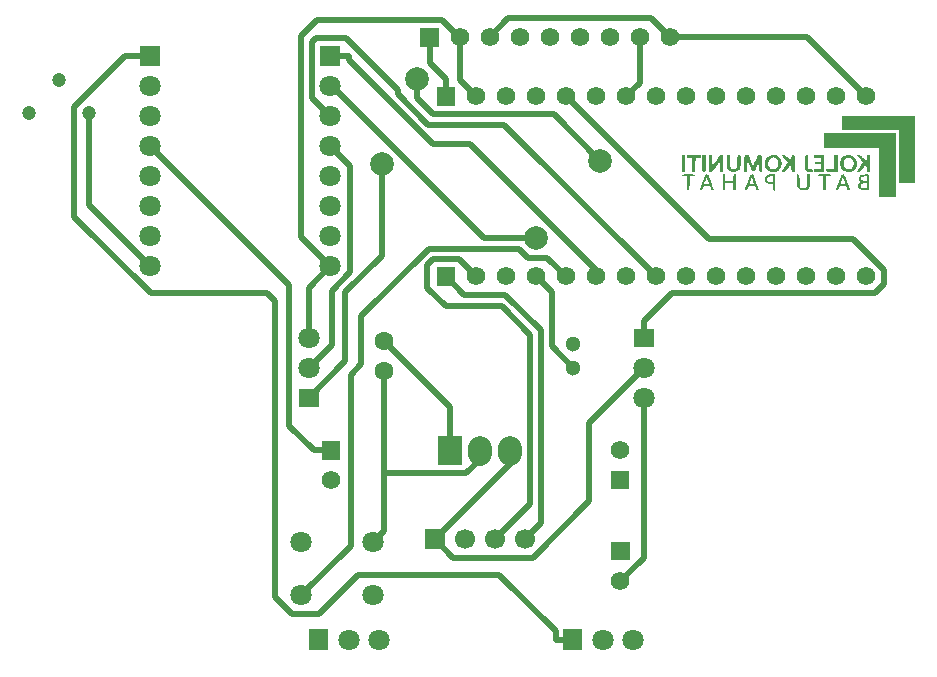
<source format=gbl>
G04 Layer: BottomLayer*
G04 EasyEDA v6.4.7, 2020-12-06T11:07:03+08:00*
G04 Gerber Generator version 0.2*
G04 Scale: 100 percent, Rotated: No, Reflected: No *
G04 Dimensions in millimeters *
G04 leading zeros omitted , absolute positions ,3 integer and 3 decimal *
%FSLAX33Y33*%
%MOMM*%
G90*
D02*

%ADD11C,0.499999*%
%ADD13C,1.999996*%
%ADD14R,1.574800X1.574800*%
%ADD15C,1.574800*%
%ADD18C,1.699997*%
%ADD19R,1.799996X1.799996*%
%ADD20C,1.799996*%
%ADD21R,1.799996X1.574800*%
%ADD23C,1.198880*%
%ADD24C,1.299997*%
%ADD25C,1.599997*%

%LPD*%

%LPD*%
G36*
G01X58494Y44299D02*
G01X58204Y44299D01*
G01X58204Y42910D01*
G01X58337Y42914D01*
G01X58471Y42918D01*
G01X58494Y44299D01*
G37*

%LPD*%
G36*
G01X74149Y42910D02*
G01X74149Y44327D01*
G01X74035Y44317D01*
G01X73989Y44313D01*
G01X73947Y44308D01*
G01X73912Y44305D01*
G01X73891Y44303D01*
G01X73879Y44281D01*
G01X73869Y44224D01*
G01X73862Y44141D01*
G01X73859Y44041D01*
G01X73858Y43784D01*
G01X73615Y44039D01*
G01X73544Y44112D01*
G01X73484Y44171D01*
G01X73432Y44216D01*
G01X73386Y44250D01*
G01X73343Y44275D01*
G01X73300Y44293D01*
G01X73255Y44304D01*
G01X73204Y44311D01*
G01X73139Y44316D01*
G01X73092Y44316D01*
G01X73061Y44311D01*
G01X73046Y44300D01*
G01X73047Y44280D01*
G01X73064Y44253D01*
G01X73096Y44217D01*
G01X73143Y44172D01*
G01X73168Y44148D01*
G01X73198Y44118D01*
G01X73230Y44084D01*
G01X73265Y44047D01*
G01X73301Y44007D01*
G01X73338Y43966D01*
G01X73373Y43925D01*
G01X73408Y43886D01*
G01X73564Y43699D01*
G01X73280Y43329D01*
G01X73223Y43254D01*
G01X73170Y43184D01*
G01X73122Y43118D01*
G01X73079Y43061D01*
G01X73044Y43011D01*
G01X73018Y42973D01*
G01X73002Y42947D01*
G01X72996Y42934D01*
G01X73007Y42925D01*
G01X73040Y42918D01*
G01X73089Y42914D01*
G01X73148Y42914D01*
G01X73196Y42916D01*
G01X73236Y42924D01*
G01X73274Y42939D01*
G01X73312Y42963D01*
G01X73352Y43000D01*
G01X73399Y43050D01*
G01X73455Y43119D01*
G01X73523Y43206D01*
G01X73569Y43264D01*
G01X73613Y43318D01*
G01X73655Y43367D01*
G01X73695Y43410D01*
G01X73729Y43445D01*
G01X73757Y43472D01*
G01X73779Y43489D01*
G01X73793Y43495D01*
G01X73814Y43475D01*
G01X73833Y43417D01*
G01X73848Y43326D01*
G01X73861Y43206D01*
G01X73881Y42918D01*
G01X74149Y42910D01*
G37*

%LPD*%
G36*
G01X68837Y44312D02*
G01X68804Y44314D01*
G01X68760Y44313D01*
G01X68711Y44307D01*
G01X68587Y44289D01*
G01X68587Y43489D01*
G01X68589Y43400D01*
G01X68591Y43327D01*
G01X68595Y43266D01*
G01X68600Y43216D01*
G01X68608Y43175D01*
G01X68618Y43141D01*
G01X68629Y43113D01*
G01X68644Y43087D01*
G01X68662Y43063D01*
G01X68683Y43037D01*
G01X68740Y42981D01*
G01X68804Y42945D01*
G01X68887Y42922D01*
G01X69002Y42910D01*
G01X69092Y42905D01*
G01X69164Y42906D01*
G01X69221Y42913D01*
G01X69262Y42927D01*
G01X69290Y42948D01*
G01X69305Y42976D01*
G01X69308Y43012D01*
G01X69300Y43057D01*
G01X69284Y43103D01*
G01X69259Y43129D01*
G01X69223Y43137D01*
G01X69170Y43132D01*
G01X69122Y43127D01*
G01X69068Y43128D01*
G01X69015Y43135D01*
G01X68970Y43147D01*
G01X68948Y43156D01*
G01X68931Y43166D01*
G01X68916Y43178D01*
G01X68904Y43196D01*
G01X68895Y43220D01*
G01X68888Y43253D01*
G01X68882Y43296D01*
G01X68879Y43352D01*
G01X68877Y43421D01*
G01X68876Y43507D01*
G01X68875Y43611D01*
G01X68875Y43845D01*
G01X68873Y43950D01*
G01X68872Y44045D01*
G01X68869Y44129D01*
G01X68866Y44200D01*
G01X68862Y44254D01*
G01X68859Y44290D01*
G01X68854Y44305D01*
G01X68837Y44312D01*
G37*

%LPD*%
G36*
G01X66038Y44333D02*
G01X65971Y44337D01*
G01X65904Y44336D01*
G01X65839Y44329D01*
G01X65776Y44318D01*
G01X65714Y44303D01*
G01X65655Y44282D01*
G01X65598Y44257D01*
G01X65545Y44229D01*
G01X65494Y44196D01*
G01X65447Y44158D01*
G01X65404Y44117D01*
G01X65365Y44072D01*
G01X65330Y44023D01*
G01X65301Y43970D01*
G01X65274Y43913D01*
G01X65252Y43855D01*
G01X65235Y43797D01*
G01X65223Y43740D01*
G01X65215Y43683D01*
G01X65210Y43627D01*
G01X65211Y43571D01*
G01X65216Y43517D01*
G01X65225Y43463D01*
G01X65237Y43412D01*
G01X65254Y43361D01*
G01X65273Y43313D01*
G01X65297Y43266D01*
G01X65324Y43221D01*
G01X65355Y43179D01*
G01X65388Y43139D01*
G01X65425Y43101D01*
G01X65465Y43066D01*
G01X65508Y43034D01*
G01X65553Y43006D01*
G01X65601Y42980D01*
G01X65651Y42958D01*
G01X65704Y42939D01*
G01X65760Y42924D01*
G01X65817Y42914D01*
G01X65877Y42907D01*
G01X65938Y42905D01*
G01X66001Y42907D01*
G01X66062Y42912D01*
G01X66119Y42921D01*
G01X66172Y42932D01*
G01X66220Y42946D01*
G01X66267Y42964D01*
G01X66311Y42985D01*
G01X66352Y43009D01*
G01X66392Y43038D01*
G01X66431Y43071D01*
G01X66468Y43109D01*
G01X66505Y43151D01*
G01X66542Y43198D01*
G01X66569Y43241D01*
G01X66592Y43294D01*
G01X66612Y43353D01*
G01X66626Y43417D01*
G01X66637Y43485D01*
G01X66644Y43555D01*
G01X66646Y43627D01*
G01X66644Y43697D01*
G01X66636Y43766D01*
G01X66625Y43831D01*
G01X66608Y43891D01*
G01X66587Y43945D01*
G01X66554Y44005D01*
G01X66511Y44064D01*
G01X66461Y44121D01*
G01X66407Y44174D01*
G01X66349Y44221D01*
G01X66289Y44261D01*
G01X66232Y44291D01*
G01X66176Y44310D01*
G01X66107Y44325D01*
G01X66038Y44333D01*
G37*

%LPC*%
G36*
G01X66000Y44122D02*
G01X65960Y44128D01*
G01X65919Y44126D01*
G01X65874Y44115D01*
G01X65823Y44096D01*
G01X65762Y44068D01*
G01X65715Y44042D01*
G01X65673Y44008D01*
G01X65635Y43969D01*
G01X65601Y43924D01*
G01X65572Y43875D01*
G01X65549Y43823D01*
G01X65530Y43767D01*
G01X65518Y43710D01*
G01X65512Y43651D01*
G01X65512Y43591D01*
G01X65519Y43532D01*
G01X65533Y43473D01*
G01X65552Y43417D01*
G01X65575Y43366D01*
G01X65602Y43319D01*
G01X65631Y43277D01*
G01X65663Y43238D01*
G01X65698Y43206D01*
G01X65735Y43178D01*
G01X65773Y43155D01*
G01X65814Y43138D01*
G01X65857Y43126D01*
G01X65900Y43119D01*
G01X65944Y43118D01*
G01X65989Y43123D01*
G01X66034Y43134D01*
G01X66080Y43151D01*
G01X66125Y43174D01*
G01X66182Y43212D01*
G01X66230Y43253D01*
G01X66271Y43299D01*
G01X66303Y43349D01*
G01X66329Y43405D01*
G01X66346Y43466D01*
G01X66357Y43533D01*
G01X66361Y43606D01*
G01X66358Y43684D01*
G01X66349Y43756D01*
G01X66334Y43820D01*
G01X66311Y43876D01*
G01X66281Y43928D01*
G01X66244Y43974D01*
G01X66200Y44014D01*
G01X66146Y44051D01*
G01X66090Y44084D01*
G01X66043Y44108D01*
G01X66000Y44122D01*
G37*

%LPD*%
G36*
G01X71388Y44299D02*
G01X71100Y44299D01*
G01X71100Y43144D01*
G01X70435Y43144D01*
G01X70461Y42918D01*
G01X70925Y42911D01*
G01X71388Y42904D01*
G01X71388Y44299D01*
G37*

%LPD*%
G36*
G01X62104Y44317D02*
G01X61986Y44328D01*
G01X62001Y43788D01*
G01X62004Y43685D01*
G01X62008Y43595D01*
G01X62011Y43515D01*
G01X62016Y43445D01*
G01X62021Y43385D01*
G01X62027Y43333D01*
G01X62034Y43288D01*
G01X62043Y43249D01*
G01X62052Y43216D01*
G01X62063Y43187D01*
G01X62076Y43161D01*
G01X62090Y43138D01*
G01X62120Y43098D01*
G01X62154Y43061D01*
G01X62192Y43028D01*
G01X62233Y42999D01*
G01X62276Y42974D01*
G01X62321Y42953D01*
G01X62369Y42935D01*
G01X62417Y42921D01*
G01X62468Y42911D01*
G01X62519Y42904D01*
G01X62570Y42901D01*
G01X62622Y42902D01*
G01X62673Y42906D01*
G01X62724Y42913D01*
G01X62774Y42925D01*
G01X62822Y42940D01*
G01X62869Y42959D01*
G01X62913Y42980D01*
G01X62955Y43006D01*
G01X62995Y43035D01*
G01X63031Y43067D01*
G01X63064Y43103D01*
G01X63092Y43143D01*
G01X63117Y43186D01*
G01X63130Y43218D01*
G01X63141Y43260D01*
G01X63152Y43310D01*
G01X63162Y43368D01*
G01X63170Y43432D01*
G01X63177Y43502D01*
G01X63183Y43574D01*
G01X63188Y43650D01*
G01X63191Y43727D01*
G01X63193Y43803D01*
G01X63194Y43879D01*
G01X63194Y43952D01*
G01X63192Y44022D01*
G01X63189Y44087D01*
G01X63184Y44146D01*
G01X63178Y44198D01*
G01X63170Y44241D01*
G01X63162Y44275D01*
G01X63151Y44298D01*
G01X63139Y44308D01*
G01X63112Y44313D01*
G01X63076Y44315D01*
G01X63035Y44313D01*
G01X62995Y44307D01*
G01X62965Y44300D01*
G01X62941Y44287D01*
G01X62924Y44265D01*
G01X62913Y44225D01*
G01X62906Y44165D01*
G01X62903Y44077D01*
G01X62901Y43956D01*
G01X62901Y43688D01*
G01X62900Y43596D01*
G01X62899Y43519D01*
G01X62896Y43455D01*
G01X62892Y43403D01*
G01X62886Y43359D01*
G01X62878Y43324D01*
G01X62868Y43295D01*
G01X62854Y43269D01*
G01X62838Y43247D01*
G01X62818Y43224D01*
G01X62795Y43200D01*
G01X62736Y43149D01*
G01X62684Y43120D01*
G01X62628Y43112D01*
G01X62559Y43120D01*
G01X62505Y43132D01*
G01X62459Y43146D01*
G01X62421Y43164D01*
G01X62389Y43188D01*
G01X62363Y43218D01*
G01X62342Y43258D01*
G01X62327Y43309D01*
G01X62314Y43372D01*
G01X62305Y43449D01*
G01X62299Y43543D01*
G01X62294Y43654D01*
G01X62289Y43785D01*
G01X62286Y43888D01*
G01X62282Y43985D01*
G01X62277Y44072D01*
G01X62272Y44149D01*
G01X62266Y44212D01*
G01X62260Y44261D01*
G01X62254Y44292D01*
G01X62248Y44303D01*
G01X62228Y44305D01*
G01X62194Y44309D01*
G01X62151Y44313D01*
G01X62104Y44317D01*
G37*

%LPD*%
G36*
G01X72420Y44330D02*
G01X72367Y44332D01*
G01X72306Y44330D01*
G01X72237Y44326D01*
G01X72165Y44317D01*
G01X72097Y44305D01*
G01X72034Y44288D01*
G01X71975Y44267D01*
G01X71921Y44242D01*
G01X71870Y44213D01*
G01X71824Y44179D01*
G01X71782Y44142D01*
G01X71745Y44100D01*
G01X71712Y44054D01*
G01X71683Y44004D01*
G01X71658Y43950D01*
G01X71639Y43891D01*
G01X71623Y43829D01*
G01X71612Y43762D01*
G01X71605Y43691D01*
G01X71602Y43631D01*
G01X71603Y43572D01*
G01X71608Y43516D01*
G01X71616Y43461D01*
G01X71627Y43410D01*
G01X71641Y43359D01*
G01X71659Y43312D01*
G01X71680Y43266D01*
G01X71705Y43223D01*
G01X71732Y43182D01*
G01X71763Y43143D01*
G01X71797Y43107D01*
G01X71834Y43073D01*
G01X71875Y43042D01*
G01X71919Y43013D01*
G01X71965Y42987D01*
G01X72022Y42961D01*
G01X72080Y42939D01*
G01X72138Y42922D01*
G01X72197Y42910D01*
G01X72256Y42903D01*
G01X72315Y42900D01*
G01X72374Y42901D01*
G01X72432Y42907D01*
G01X72489Y42917D01*
G01X72544Y42931D01*
G01X72599Y42949D01*
G01X72651Y42971D01*
G01X72701Y42997D01*
G01X72749Y43027D01*
G01X72794Y43061D01*
G01X72837Y43098D01*
G01X72875Y43139D01*
G01X72910Y43184D01*
G01X72942Y43231D01*
G01X72969Y43282D01*
G01X72991Y43335D01*
G01X73009Y43389D01*
G01X73022Y43444D01*
G01X73031Y43500D01*
G01X73036Y43555D01*
G01X73037Y43612D01*
G01X73034Y43668D01*
G01X73026Y43724D01*
G01X73015Y43779D01*
G01X73000Y43833D01*
G01X72982Y43886D01*
G01X72959Y43936D01*
G01X72934Y43986D01*
G01X72905Y44032D01*
G01X72873Y44077D01*
G01X72838Y44118D01*
G01X72799Y44156D01*
G01X72757Y44191D01*
G01X72713Y44223D01*
G01X72665Y44250D01*
G01X72611Y44276D01*
G01X72562Y44297D01*
G01X72515Y44313D01*
G01X72469Y44324D01*
G01X72420Y44330D01*
G37*

%LPC*%
G36*
G01X72391Y44113D02*
G01X72321Y44127D01*
G01X72251Y44114D01*
G01X72148Y44074D01*
G01X72105Y44052D01*
G01X72065Y44025D01*
G01X72029Y43992D01*
G01X71996Y43955D01*
G01X71967Y43914D01*
G01X71943Y43869D01*
G01X71923Y43821D01*
G01X71907Y43770D01*
G01X71897Y43716D01*
G01X71891Y43661D01*
G01X71890Y43604D01*
G01X71895Y43546D01*
G01X71910Y43467D01*
G01X71931Y43397D01*
G01X71958Y43335D01*
G01X71993Y43281D01*
G01X72035Y43235D01*
G01X72084Y43197D01*
G01X72141Y43166D01*
G01X72206Y43142D01*
G01X72278Y43126D01*
G01X72350Y43124D01*
G01X72418Y43133D01*
G01X72483Y43154D01*
G01X72543Y43187D01*
G01X72598Y43231D01*
G01X72646Y43285D01*
G01X72686Y43349D01*
G01X72708Y43398D01*
G01X72725Y43450D01*
G01X72736Y43503D01*
G01X72744Y43556D01*
G01X72746Y43611D01*
G01X72743Y43665D01*
G01X72735Y43718D01*
G01X72724Y43770D01*
G01X72709Y43820D01*
G01X72689Y43867D01*
G01X72665Y43912D01*
G01X72637Y43953D01*
G01X72606Y43990D01*
G01X72571Y44023D01*
G01X72533Y44050D01*
G01X72492Y44072D01*
G01X72391Y44113D01*
G37*

%LPD*%
G36*
G01X64857Y44314D02*
G01X64811Y44314D01*
G01X64761Y44310D01*
G01X64714Y44307D01*
G01X64673Y44304D01*
G01X64646Y44302D01*
G01X64633Y44292D01*
G01X64614Y44263D01*
G01X64590Y44219D01*
G01X64561Y44160D01*
G01X64529Y44089D01*
G01X64495Y44009D01*
G01X64459Y43919D01*
G01X64423Y43824D01*
G01X64247Y43349D01*
G01X64058Y43823D01*
G01X63869Y44298D01*
G01X63699Y44298D01*
G01X63529Y44299D01*
G01X63503Y43917D01*
G01X63498Y43863D01*
G01X63494Y43805D01*
G01X63490Y43744D01*
G01X63485Y43681D01*
G01X63476Y43554D01*
G01X63472Y43491D01*
G01X63467Y43430D01*
G01X63462Y43371D01*
G01X63458Y43315D01*
G01X63454Y43263D01*
G01X63451Y43217D01*
G01X63443Y43112D01*
G01X63438Y43033D01*
G01X63437Y42977D01*
G01X63442Y42939D01*
G01X63451Y42915D01*
G01X63468Y42903D01*
G01X63491Y42899D01*
G01X63523Y42898D01*
G01X63566Y42901D01*
G01X63607Y42907D01*
G01X63643Y42917D01*
G01X63669Y42929D01*
G01X63679Y42944D01*
G01X63689Y42975D01*
G01X63700Y43020D01*
G01X63711Y43078D01*
G01X63721Y43148D01*
G01X63731Y43227D01*
G01X63739Y43315D01*
G01X63746Y43410D01*
G01X63777Y43860D01*
G01X63961Y43399D01*
G01X64020Y43254D01*
G01X64066Y43142D01*
G01X64104Y43061D01*
G01X64136Y43004D01*
G01X64165Y42969D01*
G01X64194Y42949D01*
G01X64226Y42940D01*
G01X64265Y42938D01*
G01X64311Y42940D01*
G01X64349Y42942D01*
G01X64374Y42947D01*
G01X64384Y42952D01*
G01X64387Y42963D01*
G01X64397Y42991D01*
G01X64411Y43032D01*
G01X64431Y43087D01*
G01X64455Y43151D01*
G01X64482Y43225D01*
G01X64512Y43305D01*
G01X64544Y43391D01*
G01X64705Y43817D01*
G01X64730Y43512D01*
G01X64735Y43447D01*
G01X64741Y43382D01*
G01X64746Y43317D01*
G01X64751Y43254D01*
G01X64755Y43195D01*
G01X64759Y43142D01*
G01X64763Y43097D01*
G01X64765Y43062D01*
G01X64774Y42984D01*
G01X64793Y42941D01*
G01X64832Y42922D01*
G01X64899Y42918D01*
G01X64969Y42921D01*
G01X65006Y42945D01*
G01X65019Y43006D01*
G01X65020Y43124D01*
G01X65020Y43165D01*
G01X65018Y43214D01*
G01X65016Y43269D01*
G01X65013Y43331D01*
G01X65010Y43398D01*
G01X65006Y43469D01*
G01X65002Y43543D01*
G01X64997Y43618D01*
G01X64987Y43770D01*
G01X64982Y43844D01*
G01X64977Y43916D01*
G01X64972Y43985D01*
G01X64966Y44049D01*
G01X64962Y44107D01*
G01X64956Y44159D01*
G01X64952Y44203D01*
G01X64948Y44239D01*
G01X64945Y44265D01*
G01X64942Y44279D01*
G01X64927Y44296D01*
G01X64898Y44307D01*
G01X64857Y44314D01*
G37*

%LPD*%
G36*
G01X60222Y44299D02*
G01X59934Y44299D01*
G01X59934Y43445D01*
G01X59935Y43316D01*
G01X59936Y43208D01*
G01X59938Y43122D01*
G01X59941Y43052D01*
G01X59946Y42999D01*
G01X59952Y42960D01*
G01X59959Y42932D01*
G01X59969Y42913D01*
G01X59981Y42903D01*
G01X59996Y42899D01*
G01X60013Y42897D01*
G01X60050Y42898D01*
G01X60082Y42899D01*
G01X60110Y42903D01*
G01X60133Y42909D01*
G01X60154Y42920D01*
G01X60171Y42937D01*
G01X60184Y42960D01*
G01X60195Y42990D01*
G01X60205Y43029D01*
G01X60211Y43077D01*
G01X60216Y43135D01*
G01X60219Y43205D01*
G01X60221Y43288D01*
G01X60222Y43385D01*
G01X60222Y44299D01*
G37*

%LPD*%
G36*
G01X70276Y44319D02*
G01X69411Y44319D01*
G01X69411Y44169D01*
G01X69415Y44141D01*
G01X69426Y44120D01*
G01X69447Y44107D01*
G01X69482Y44098D01*
G01X69533Y44094D01*
G01X69604Y44093D01*
G01X69699Y44092D01*
G01X69987Y44092D01*
G01X69987Y43763D01*
G01X69719Y43763D01*
G01X69569Y43761D01*
G01X69489Y43748D01*
G01X69457Y43717D01*
G01X69452Y43660D01*
G01X69457Y43602D01*
G01X69489Y43571D01*
G01X69569Y43559D01*
G01X69719Y43556D01*
G01X69987Y43556D01*
G01X69987Y43144D01*
G01X69364Y43144D01*
G01X69390Y42918D01*
G01X70276Y42895D01*
G01X70276Y44319D01*
G37*

%LPD*%
G36*
G01X58640Y44329D02*
G01X58626Y44331D01*
G01X58622Y44325D01*
G01X58619Y44301D01*
G01X58616Y44264D01*
G01X58616Y44216D01*
G01X58619Y44145D01*
G01X58645Y44109D01*
G01X58712Y44094D01*
G01X58842Y44092D01*
G01X59069Y44092D01*
G01X59069Y42892D01*
G01X59203Y42905D01*
G01X59336Y42918D01*
G01X59348Y43505D01*
G01X59359Y44092D01*
G01X59585Y44092D01*
G01X59710Y44095D01*
G01X59777Y44108D01*
G01X59805Y44138D01*
G01X59810Y44194D01*
G01X59810Y44296D01*
G01X59223Y44309D01*
G01X59105Y44312D01*
G01X58995Y44314D01*
G01X58894Y44317D01*
G01X58806Y44320D01*
G01X58732Y44324D01*
G01X58676Y44326D01*
G01X58640Y44329D01*
G37*

%LPD*%
G36*
G01X61706Y42892D02*
G01X61706Y44325D01*
G01X61556Y44313D01*
G01X61497Y44307D01*
G01X61448Y44301D01*
G01X61413Y44295D01*
G01X61397Y44289D01*
G01X61389Y44278D01*
G01X61369Y44250D01*
G01X61338Y44206D01*
G01X61298Y44150D01*
G01X61251Y44082D01*
G01X61196Y44004D01*
G01X61137Y43920D01*
G01X61073Y43830D01*
G01X60758Y43382D01*
G01X60758Y44299D01*
G01X60511Y44299D01*
G01X60511Y42897D01*
G01X60632Y42897D01*
G01X60658Y42899D01*
G01X60682Y42903D01*
G01X60707Y42912D01*
G01X60731Y42926D01*
G01X60758Y42946D01*
G01X60787Y42974D01*
G01X60819Y43010D01*
G01X60857Y43056D01*
G01X60900Y43113D01*
G01X60950Y43181D01*
G01X61008Y43262D01*
G01X61075Y43357D01*
G01X61397Y43817D01*
G01X61417Y43367D01*
G01X61438Y42918D01*
G01X61706Y42892D01*
G37*

%LPD*%
G36*
G01X66821Y44319D02*
G01X66755Y44319D01*
G01X66700Y44316D01*
G01X66663Y44310D01*
G01X66650Y44301D01*
G01X66656Y44290D01*
G01X66671Y44270D01*
G01X66696Y44241D01*
G01X66729Y44205D01*
G01X66768Y44162D01*
G01X66814Y44115D01*
G01X66864Y44064D01*
G01X66972Y43956D01*
G01X67022Y43905D01*
G01X67067Y43857D01*
G01X67107Y43815D01*
G01X67140Y43778D01*
G01X67165Y43749D01*
G01X67180Y43729D01*
G01X67186Y43717D01*
G01X67180Y43705D01*
G01X67163Y43678D01*
G01X67136Y43639D01*
G01X67101Y43590D01*
G01X67059Y43532D01*
G01X67010Y43466D01*
G01X66956Y43395D01*
G01X66842Y43245D01*
G01X66789Y43174D01*
G01X66743Y43108D01*
G01X66704Y43050D01*
G01X66672Y43001D01*
G01X66650Y42963D01*
G01X66638Y42936D01*
G01X66638Y42923D01*
G01X66658Y42913D01*
G01X66694Y42905D01*
G01X66741Y42899D01*
G01X66793Y42897D01*
G01X66832Y42900D01*
G01X66869Y42907D01*
G01X66903Y42923D01*
G01X66939Y42950D01*
G01X66978Y42989D01*
G01X67025Y43043D01*
G01X67080Y43114D01*
G01X67146Y43205D01*
G01X67193Y43267D01*
G01X67237Y43324D01*
G01X67279Y43375D01*
G01X67317Y43419D01*
G01X67351Y43455D01*
G01X67379Y43481D01*
G01X67399Y43497D01*
G01X67412Y43501D01*
G01X67430Y43474D01*
G01X67447Y43408D01*
G01X67463Y43315D01*
G01X67474Y43203D01*
G01X67494Y42918D01*
G01X67629Y42905D01*
G01X67763Y42892D01*
G01X67763Y43752D01*
G01X67762Y43886D01*
G01X67761Y43995D01*
G01X67759Y44083D01*
G01X67756Y44152D01*
G01X67750Y44205D01*
G01X67744Y44243D01*
G01X67735Y44270D01*
G01X67723Y44287D01*
G01X67708Y44298D01*
G01X67691Y44304D01*
G01X67670Y44308D01*
G01X67612Y44315D01*
G01X67567Y44314D01*
G01X67533Y44304D01*
G01X67508Y44282D01*
G01X67490Y44246D01*
G01X67480Y44195D01*
G01X67475Y44125D01*
G01X67473Y44036D01*
G01X67472Y43784D01*
G01X67232Y44048D01*
G01X67159Y44128D01*
G01X67099Y44191D01*
G01X67048Y44238D01*
G01X67004Y44271D01*
G01X66963Y44294D01*
G01X66921Y44308D01*
G01X66875Y44316D01*
G01X66821Y44319D01*
G37*

%LPD*%
G36*
G01X77939Y47637D02*
G01X71718Y47637D01*
G01X71718Y46442D01*
G01X76559Y46421D01*
G01X76581Y41949D01*
G01X77939Y41949D01*
G01X77939Y47637D01*
G37*

%LPD*%
G36*
G01X70403Y42691D02*
G01X70149Y42691D01*
G01X70043Y42690D01*
G01X69954Y42689D01*
G01X69882Y42687D01*
G01X69825Y42684D01*
G01X69781Y42680D01*
G01X69749Y42673D01*
G01X69727Y42665D01*
G01X69712Y42655D01*
G01X69704Y42642D01*
G01X69700Y42627D01*
G01X69699Y42609D01*
G01X69706Y42565D01*
G01X69737Y42540D01*
G01X69806Y42529D01*
G01X69925Y42526D01*
G01X70150Y42526D01*
G01X70161Y41939D01*
G01X70173Y41352D01*
G01X70379Y41352D01*
G01X70391Y41939D01*
G01X70402Y42526D01*
G01X70627Y42526D01*
G01X70746Y42529D01*
G01X70814Y42540D01*
G01X70845Y42565D01*
G01X70853Y42609D01*
G01X70852Y42627D01*
G01X70848Y42642D01*
G01X70840Y42655D01*
G01X70825Y42665D01*
G01X70803Y42673D01*
G01X70770Y42680D01*
G01X70726Y42684D01*
G01X70669Y42687D01*
G01X70598Y42689D01*
G01X70509Y42690D01*
G01X70403Y42691D01*
G37*

%LPD*%
G36*
G01X58936Y42691D02*
G01X58584Y42691D01*
G01X58450Y42689D01*
G01X58351Y42686D01*
G01X58283Y42679D01*
G01X58240Y42669D01*
G01X58216Y42655D01*
G01X58206Y42635D01*
G01X58204Y42609D01*
G01X58211Y42565D01*
G01X58242Y42540D01*
G01X58311Y42529D01*
G01X58430Y42526D01*
G01X58657Y42526D01*
G01X58657Y41673D01*
G01X58658Y41579D01*
G01X58660Y41504D01*
G01X58663Y41446D01*
G01X58668Y41403D01*
G01X58675Y41372D01*
G01X58684Y41352D01*
G01X58696Y41341D01*
G01X58711Y41336D01*
G01X58728Y41336D01*
G01X58749Y41339D01*
G01X58771Y41342D01*
G01X58788Y41348D01*
G01X58803Y41357D01*
G01X58814Y41373D01*
G01X58824Y41395D01*
G01X58831Y41428D01*
G01X58837Y41473D01*
G01X58842Y41531D01*
G01X58845Y41605D01*
G01X58848Y41696D01*
G01X58851Y41807D01*
G01X58853Y41939D01*
G01X58865Y42526D01*
G01X59091Y42526D01*
G01X59209Y42529D01*
G01X59278Y42540D01*
G01X59309Y42565D01*
G01X59316Y42609D01*
G01X59314Y42635D01*
G01X59303Y42655D01*
G01X59280Y42669D01*
G01X59236Y42679D01*
G01X59168Y42686D01*
G01X59070Y42689D01*
G01X58936Y42691D01*
G37*

%LPD*%
G36*
G01X68041Y42684D02*
G01X67927Y42696D01*
G01X67930Y42251D01*
G01X67931Y42155D01*
G01X67933Y42069D01*
G01X67937Y41989D01*
G01X67942Y41916D01*
G01X67949Y41850D01*
G01X67957Y41790D01*
G01X67968Y41736D01*
G01X67980Y41687D01*
G01X67995Y41642D01*
G01X68012Y41603D01*
G01X68031Y41566D01*
G01X68053Y41533D01*
G01X68078Y41503D01*
G01X68106Y41475D01*
G01X68137Y41450D01*
G01X68170Y41425D01*
G01X68223Y41394D01*
G01X68279Y41370D01*
G01X68338Y41352D01*
G01X68400Y41340D01*
G01X68462Y41334D01*
G01X68525Y41333D01*
G01X68588Y41338D01*
G01X68649Y41348D01*
G01X68708Y41364D01*
G01X68765Y41384D01*
G01X68818Y41410D01*
G01X68867Y41439D01*
G01X68910Y41474D01*
G01X68947Y41512D01*
G01X68977Y41555D01*
G01X69000Y41602D01*
G01X69008Y41633D01*
G01X69015Y41681D01*
G01X69022Y41745D01*
G01X69028Y41821D01*
G01X69033Y41906D01*
G01X69037Y42000D01*
G01X69039Y42098D01*
G01X69040Y42199D01*
G01X69040Y42691D01*
G01X68834Y42691D01*
G01X68834Y42202D01*
G01X68833Y42056D01*
G01X68831Y41940D01*
G01X68826Y41849D01*
G01X68819Y41777D01*
G01X68809Y41722D01*
G01X68793Y41677D01*
G01X68774Y41640D01*
G01X68748Y41605D01*
G01X68700Y41553D01*
G01X68649Y41519D01*
G01X68588Y41502D01*
G01X68511Y41497D01*
G01X68461Y41499D01*
G01X68416Y41502D01*
G01X68377Y41507D01*
G01X68342Y41517D01*
G01X68312Y41530D01*
G01X68286Y41548D01*
G01X68264Y41572D01*
G01X68245Y41601D01*
G01X68229Y41638D01*
G01X68216Y41682D01*
G01X68206Y41735D01*
G01X68197Y41796D01*
G01X68190Y41867D01*
G01X68184Y41949D01*
G01X68179Y42042D01*
G01X68175Y42147D01*
G01X68154Y42670D01*
G01X68041Y42684D01*
G37*

%LPD*%
G36*
G01X60368Y42686D02*
G01X60310Y42691D01*
G01X60272Y42690D01*
G01X60240Y42682D01*
G01X60212Y42664D01*
G01X60185Y42633D01*
G01X60157Y42584D01*
G01X60124Y42513D01*
G01X60085Y42416D01*
G01X60036Y42289D01*
G01X60014Y42233D01*
G01X59991Y42174D01*
G01X59968Y42114D01*
G01X59945Y42053D01*
G01X59921Y41993D01*
G01X59898Y41934D01*
G01X59876Y41876D01*
G01X59855Y41822D01*
G01X59834Y41770D01*
G01X59815Y41723D01*
G01X59799Y41680D01*
G01X59784Y41643D01*
G01X59744Y41542D01*
G01X59716Y41464D01*
G01X59699Y41409D01*
G01X59694Y41371D01*
G01X59701Y41348D01*
G01X59720Y41336D01*
G01X59751Y41334D01*
G01X59795Y41339D01*
G01X59851Y41353D01*
G01X59895Y41386D01*
G01X59933Y41445D01*
G01X59971Y41537D01*
G01X60039Y41723D01*
G01X60307Y41735D01*
G01X60576Y41746D01*
G01X60651Y41539D01*
G01X60692Y41434D01*
G01X60730Y41371D01*
G01X60771Y41340D01*
G01X60824Y41331D01*
G01X60862Y41334D01*
G01X60894Y41342D01*
G01X60915Y41352D01*
G01X60923Y41366D01*
G01X60918Y41384D01*
G01X60906Y41423D01*
G01X60887Y41480D01*
G01X60861Y41553D01*
G01X60829Y41639D01*
G01X60794Y41736D01*
G01X60754Y41841D01*
G01X60712Y41953D01*
G01X60683Y42029D01*
G01X60655Y42103D01*
G01X60627Y42175D01*
G01X60601Y42244D01*
G01X60576Y42310D01*
G01X60553Y42371D01*
G01X60532Y42426D01*
G01X60512Y42476D01*
G01X60496Y42519D01*
G01X60483Y42554D01*
G01X60472Y42581D01*
G01X60466Y42598D01*
G01X60443Y42641D01*
G01X60411Y42670D01*
G01X60368Y42686D01*
G37*

%LPC*%
G36*
G01X60318Y42406D02*
G01X60303Y42412D01*
G01X60286Y42381D01*
G01X60259Y42321D01*
G01X60225Y42239D01*
G01X60189Y42145D01*
G01X60101Y41908D01*
G01X60311Y41908D01*
G01X60406Y41911D01*
G01X60467Y41920D01*
G01X60497Y41936D01*
G01X60500Y41960D01*
G01X60486Y41996D01*
G01X60464Y42059D01*
G01X60435Y42139D01*
G01X60404Y42226D01*
G01X60372Y42308D01*
G01X60342Y42370D01*
G01X60318Y42406D01*
G37*

%LPD*%
G36*
G01X61768Y42691D02*
G01X61665Y42691D01*
G01X61665Y41331D01*
G01X61768Y41331D01*
G01X61801Y41332D01*
G01X61826Y41337D01*
G01X61844Y41349D01*
G01X61857Y41372D01*
G01X61864Y41410D01*
G01X61868Y41464D01*
G01X61870Y41540D01*
G01X61870Y41949D01*
G01X62571Y41949D01*
G01X62571Y41540D01*
G01X62573Y41464D01*
G01X62577Y41410D01*
G01X62585Y41372D01*
G01X62597Y41349D01*
G01X62616Y41337D01*
G01X62640Y41332D01*
G01X62674Y41331D01*
G01X62777Y41331D01*
G01X62777Y42691D01*
G01X62674Y42691D01*
G01X62616Y42686D01*
G01X62585Y42654D01*
G01X62573Y42574D01*
G01X62571Y42423D01*
G01X62571Y42155D01*
G01X61870Y42155D01*
G01X61870Y42423D01*
G01X61868Y42574D01*
G01X61856Y42654D01*
G01X61826Y42686D01*
G01X61768Y42691D01*
G37*

%LPD*%
G36*
G01X64486Y42065D02*
G01X64246Y42695D01*
G01X64122Y42683D01*
G01X64094Y42680D01*
G01X64069Y42674D01*
G01X64047Y42663D01*
G01X64025Y42647D01*
G01X64004Y42622D01*
G01X63982Y42587D01*
G01X63957Y42539D01*
G01X63928Y42478D01*
G01X63896Y42401D01*
G01X63857Y42305D01*
G01X63811Y42190D01*
G01X63759Y42052D01*
G01X63726Y41968D01*
G01X63695Y41887D01*
G01X63666Y41808D01*
G01X63638Y41734D01*
G01X63612Y41664D01*
G01X63589Y41601D01*
G01X63569Y41543D01*
G01X63552Y41493D01*
G01X63527Y41418D01*
G01X63521Y41395D01*
G01X63519Y41383D01*
G01X63527Y41362D01*
G01X63548Y41346D01*
G01X63580Y41335D01*
G01X63618Y41331D01*
G01X63672Y41339D01*
G01X63712Y41370D01*
G01X63748Y41434D01*
G01X63787Y41539D01*
G01X63856Y41747D01*
G01X64394Y41723D01*
G01X64466Y41537D01*
G01X64507Y41444D01*
G01X64546Y41385D01*
G01X64592Y41353D01*
G01X64652Y41338D01*
G01X64703Y41335D01*
G01X64735Y41341D01*
G01X64749Y41355D01*
G01X64745Y41379D01*
G01X64741Y41392D01*
G01X64731Y41416D01*
G01X64719Y41450D01*
G01X64702Y41493D01*
G01X64683Y41545D01*
G01X64660Y41603D01*
G01X64636Y41669D01*
G01X64609Y41739D01*
G01X64580Y41816D01*
G01X64550Y41896D01*
G01X64518Y41979D01*
G01X64486Y42065D01*
G37*

%LPC*%
G36*
G01X64160Y42382D02*
G01X64142Y42416D01*
G01X64121Y42410D01*
G01X64092Y42360D01*
G01X64051Y42258D01*
G01X64018Y42173D01*
G01X63988Y42092D01*
G01X63963Y42024D01*
G01X63948Y41980D01*
G01X63943Y41943D01*
G01X63966Y41921D01*
G01X64026Y41911D01*
G01X64133Y41908D01*
G01X64341Y41908D01*
G01X64266Y42104D01*
G01X64235Y42186D01*
G01X64204Y42266D01*
G01X64178Y42335D01*
G01X64160Y42382D01*
G37*

%LPD*%
G36*
G01X71905Y42683D02*
G01X71873Y42686D01*
G01X71833Y42683D01*
G01X71806Y42680D01*
G01X71781Y42673D01*
G01X71759Y42662D01*
G01X71738Y42645D01*
G01X71716Y42620D01*
G01X71694Y42583D01*
G01X71669Y42535D01*
G01X71640Y42472D01*
G01X71607Y42393D01*
G01X71568Y42295D01*
G01X71521Y42177D01*
G01X71467Y42037D01*
G01X71434Y41951D01*
G01X71402Y41868D01*
G01X71372Y41789D01*
G01X71345Y41713D01*
G01X71319Y41643D01*
G01X71295Y41579D01*
G01X71274Y41522D01*
G01X71257Y41473D01*
G01X71243Y41431D01*
G01X71232Y41400D01*
G01X71226Y41378D01*
G01X71224Y41367D01*
G01X71231Y41353D01*
G01X71253Y41342D01*
G01X71286Y41334D01*
G01X71325Y41331D01*
G01X71379Y41339D01*
G01X71421Y41369D01*
G01X71458Y41432D01*
G01X71499Y41537D01*
G01X71573Y41743D01*
G01X72093Y41743D01*
G01X72179Y41537D01*
G01X72225Y41435D01*
G01X72267Y41372D01*
G01X72310Y41340D01*
G01X72362Y41331D01*
G01X72402Y41332D01*
G01X72430Y41337D01*
G01X72447Y41350D01*
G01X72452Y41374D01*
G01X72447Y41412D01*
G01X72430Y41468D01*
G01X72402Y41543D01*
G01X72362Y41643D01*
G01X72347Y41680D01*
G01X72331Y41723D01*
G01X72312Y41770D01*
G01X72292Y41822D01*
G01X72270Y41877D01*
G01X72248Y41934D01*
G01X72224Y41994D01*
G01X72201Y42055D01*
G01X72154Y42176D01*
G01X72131Y42235D01*
G01X72110Y42292D01*
G01X72059Y42422D01*
G01X72020Y42521D01*
G01X71987Y42592D01*
G01X71959Y42639D01*
G01X71933Y42668D01*
G01X71905Y42683D01*
G37*

%LPC*%
G36*
G01X71863Y42394D02*
G01X71845Y42401D01*
G01X71825Y42384D01*
G01X71802Y42345D01*
G01X71775Y42283D01*
G01X71740Y42197D01*
G01X71710Y42120D01*
G01X71683Y42050D01*
G01X71661Y41994D01*
G01X71647Y41960D01*
G01X71649Y41936D01*
G01X71680Y41920D01*
G01X71743Y41911D01*
G01X71841Y41908D01*
G01X71954Y41911D01*
G01X72015Y41920D01*
G01X72035Y41942D01*
G01X72026Y41980D01*
G01X72010Y42023D01*
G01X71985Y42088D01*
G01X71958Y42165D01*
G01X71929Y42246D01*
G01X71904Y42316D01*
G01X71883Y42366D01*
G01X71863Y42394D01*
G37*

%LPD*%
G36*
G01X73919Y42685D02*
G01X73809Y42687D01*
G01X73681Y42684D01*
G01X73582Y42679D01*
G01X73504Y42673D01*
G01X73442Y42665D01*
G01X73394Y42654D01*
G01X73355Y42638D01*
G01X73322Y42617D01*
G01X73291Y42590D01*
G01X73259Y42554D01*
G01X73217Y42500D01*
G01X73188Y42448D01*
G01X73170Y42398D01*
G01X73165Y42348D01*
G01X73173Y42300D01*
G01X73193Y42250D01*
G01X73226Y42200D01*
G01X73271Y42147D01*
G01X73310Y42103D01*
G01X73334Y42065D01*
G01X73343Y42041D01*
G01X73332Y42032D01*
G01X73293Y42025D01*
G01X73257Y42008D01*
G01X73224Y41980D01*
G01X73194Y41945D01*
G01X73169Y41902D01*
G01X73149Y41854D01*
G01X73134Y41802D01*
G01X73125Y41748D01*
G01X73122Y41693D01*
G01X73127Y41639D01*
G01X73139Y41587D01*
G01X73159Y41539D01*
G01X73179Y41511D01*
G01X73207Y41484D01*
G01X73243Y41458D01*
G01X73287Y41434D01*
G01X73336Y41412D01*
G01X73392Y41392D01*
G01X73452Y41374D01*
G01X73516Y41359D01*
G01X73584Y41347D01*
G01X73654Y41339D01*
G01X73726Y41333D01*
G01X73800Y41331D01*
G01X74066Y41331D01*
G01X74066Y42072D01*
G01X74065Y42158D01*
G01X74064Y42240D01*
G01X74062Y42316D01*
G01X74060Y42388D01*
G01X74057Y42454D01*
G01X74054Y42512D01*
G01X74051Y42562D01*
G01X74048Y42604D01*
G01X74044Y42636D01*
G01X74039Y42657D01*
G01X74035Y42667D01*
G01X73998Y42679D01*
G01X73919Y42685D01*
G37*

%LPC*%
G36*
G01X73861Y41496D02*
G01X73861Y42001D01*
G01X73673Y41980D01*
G01X73594Y41966D01*
G01X73517Y41944D01*
G01X73452Y41916D01*
G01X73406Y41886D01*
G01X73366Y41843D01*
G01X73341Y41799D01*
G01X73328Y41755D01*
G01X73327Y41711D01*
G01X73338Y41668D01*
G01X73359Y41629D01*
G01X73391Y41592D01*
G01X73431Y41560D01*
G01X73481Y41534D01*
G01X73539Y41513D01*
G01X73604Y41501D01*
G01X73675Y41496D01*
G01X73861Y41496D01*
G37*
G36*
G01X73861Y42526D02*
G01X73678Y42526D01*
G01X73598Y42522D01*
G01X73527Y42508D01*
G01X73471Y42488D01*
G01X73431Y42462D01*
G01X73406Y42432D01*
G01X73385Y42400D01*
G01X73371Y42370D01*
G01X73366Y42344D01*
G01X73373Y42309D01*
G01X73393Y42274D01*
G01X73424Y42241D01*
G01X73464Y42209D01*
G01X73513Y42181D01*
G01X73569Y42157D01*
G01X73629Y42138D01*
G01X73693Y42126D01*
G01X73861Y42103D01*
G01X73861Y42526D01*
G37*

%LPD*%
G36*
G01X66114Y42691D02*
G01X65811Y42691D01*
G01X65726Y42690D01*
G01X65654Y42687D01*
G01X65593Y42682D01*
G01X65540Y42673D01*
G01X65494Y42660D01*
G01X65451Y42644D01*
G01X65410Y42623D01*
G01X65368Y42597D01*
G01X65296Y42542D01*
G01X65252Y42488D01*
G01X65228Y42420D01*
G01X65216Y42325D01*
G01X65216Y42259D01*
G01X65225Y42197D01*
G01X65243Y42139D01*
G01X65269Y42086D01*
G01X65304Y42037D01*
G01X65347Y41994D01*
G01X65396Y41957D01*
G01X65453Y41925D01*
G01X65516Y41900D01*
G01X65585Y41882D01*
G01X65660Y41871D01*
G01X65740Y41867D01*
G01X65904Y41867D01*
G01X65917Y41609D01*
G01X65926Y41471D01*
G01X65942Y41391D01*
G01X65972Y41353D01*
G01X66022Y41339D01*
G01X66114Y41325D01*
G01X66114Y42691D01*
G37*

%LPC*%
G36*
G01X65908Y42526D02*
G01X65737Y42526D01*
G01X65661Y42521D01*
G01X65591Y42507D01*
G01X65533Y42486D01*
G01X65489Y42458D01*
G01X65455Y42419D01*
G01X65431Y42372D01*
G01X65418Y42323D01*
G01X65416Y42271D01*
G01X65423Y42220D01*
G01X65441Y42173D01*
G01X65468Y42130D01*
G01X65506Y42096D01*
G01X65553Y42071D01*
G01X65616Y42051D01*
G01X65685Y42037D01*
G01X65752Y42032D01*
G01X65908Y42032D01*
G01X65908Y42526D01*
G37*

%LPD*%
G36*
G01X76291Y46153D02*
G01X70235Y46153D01*
G01X70235Y44917D01*
G01X74890Y44917D01*
G01X74890Y40754D01*
G01X76291Y40754D01*
G01X76291Y46153D01*
G37*

%LPD*%
G54D11*
G01X48961Y3302D02*
G01X47520Y3302D01*
G01X47520Y3302D02*
G01X47520Y4020D01*
G01X42748Y8796D01*
G01X30820Y8796D01*
G01X27510Y5483D01*
G01X25217Y5483D01*
G01X23774Y6926D01*
G01X23774Y31948D01*
G01X23091Y32631D01*
G01X13241Y32631D01*
G01X6751Y39121D01*
G01X6751Y48369D01*
G01X11066Y52682D01*
G01X13200Y52682D01*
G01X28501Y19331D02*
G01X27061Y19331D01*
G01X27061Y19331D02*
G01X24975Y21417D01*
G01X24975Y33286D01*
G01X13200Y45062D01*
G01X50919Y34053D02*
G01X50919Y34597D01*
G01X40274Y45242D01*
G01X37117Y45242D01*
G01X29992Y52367D01*
G01X29992Y52682D01*
G01X28440Y52682D02*
G01X29992Y52682D01*
G01X55001Y28834D02*
G01X55001Y30271D01*
G01X48379Y49293D02*
G01X60464Y37208D01*
G01X72717Y37208D01*
G01X75295Y34632D01*
G01X75295Y33370D01*
G01X74538Y32613D01*
G01X57343Y32613D01*
G01X55001Y30271D01*
G01X57160Y54292D02*
G01X55559Y55892D01*
G01X43520Y55892D01*
G01X41920Y54292D01*
G01X73779Y49293D02*
G01X68780Y54292D01*
G01X57160Y54292D01*
G01X48379Y34053D02*
G01X46781Y35651D01*
G01X45189Y35651D01*
G01X44447Y36395D01*
G01X36753Y36395D01*
G01X31071Y30716D01*
G01X31071Y26603D01*
G01X30170Y25699D01*
G01X30170Y11262D01*
G01X25951Y7043D01*
G01X40759Y34053D02*
G01X39319Y35493D01*
G01X37127Y35493D01*
G01X36662Y35029D01*
G01X36662Y33113D01*
G01X38270Y31506D01*
G01X42989Y31506D01*
G01X45372Y29121D01*
G01X45372Y14795D01*
G01X42369Y11793D01*
G01X32999Y28562D02*
G01X38559Y23002D01*
G01X38559Y19293D01*
G01X53459Y49293D02*
G01X54620Y50454D01*
G01X54620Y54292D01*
G01X40759Y49293D02*
G01X39380Y50673D01*
G01X39380Y53721D01*
G01X32999Y17376D02*
G01X32999Y12491D01*
G01X32049Y11541D01*
G01X32999Y26022D02*
G01X32999Y17376D01*
G01X41099Y19293D02*
G01X41099Y18542D01*
G01X39933Y17376D01*
G01X32999Y17376D01*
G01X39380Y53721D02*
G01X39380Y54277D01*
G01X37912Y55745D01*
G01X27327Y55745D01*
G01X25984Y54399D01*
G01X25984Y37358D01*
G01X28440Y34902D01*
G01X39380Y53721D02*
G01X39380Y54292D01*
G01X45839Y34053D02*
G01X47177Y32715D01*
G01X47177Y28148D01*
G01X49022Y26304D01*
G01X13200Y34902D02*
G01X8039Y40063D01*
G01X8039Y47871D01*
G01X55001Y23754D02*
G01X55001Y10253D01*
G01X52999Y8252D01*
G01X26596Y28834D02*
G01X26596Y33055D01*
G01X28440Y34902D01*
G01X43639Y19293D02*
G01X43639Y18143D01*
G01X37289Y11793D01*
G01X37289Y11793D02*
G01X38844Y10238D01*
G01X45557Y10238D01*
G01X50325Y15006D01*
G01X50325Y21615D01*
G01X55001Y26294D01*
G01X26596Y26294D02*
G01X28575Y28272D01*
G01X28575Y32834D01*
G01X30129Y34389D01*
G01X30129Y43373D01*
G01X28440Y45062D01*
G01X38219Y49293D02*
G01X38219Y50733D01*
G01X38219Y50733D02*
G01X36840Y52113D01*
G01X36840Y54292D01*
G01X38219Y34053D02*
G01X39766Y32506D01*
G01X43263Y32506D01*
G01X46276Y29494D01*
G01X46276Y13159D01*
G01X44909Y11793D01*
G01X28440Y50142D02*
G01X28608Y50142D01*
G01X41445Y37304D01*
G01X45874Y37304D01*
G01X55999Y34053D02*
G01X43149Y46903D01*
G01X36748Y46903D01*
G01X34168Y49484D01*
G01X34168Y49804D01*
G01X29738Y54234D01*
G01X27218Y54234D01*
G01X26888Y53903D01*
G01X26888Y49154D01*
G01X28440Y47602D01*
G01X51300Y43848D02*
G01X47337Y47807D01*
G01X37122Y47807D01*
G01X35750Y49179D01*
G01X35750Y50777D01*
G01X32801Y43611D02*
G01X32801Y35783D01*
G01X29718Y32699D01*
G01X29718Y26875D01*
G01X26596Y23754D01*
G54D14*
G01X52999Y16792D03*
G54D15*
G01X52999Y19332D03*
G36*
G01X27712Y20120D02*
G01X29287Y20120D01*
G01X29287Y18545D01*
G01X27712Y18545D01*
G01X27712Y20120D01*
G37*
G01X28500Y16792D03*
G36*
G01X52212Y11580D02*
G01X53787Y11580D01*
G01X53787Y10005D01*
G01X52212Y10005D01*
G01X52212Y11580D01*
G37*
G01X52999Y8252D03*
G36*
G01X37558Y20542D02*
G01X39560Y20542D01*
G01X39560Y18043D01*
G01X37558Y18043D01*
G01X37558Y20542D01*
G37*
G36*
G01X36052Y55079D02*
G01X37627Y55079D01*
G01X37627Y53505D01*
G01X36052Y53505D01*
G01X36052Y55079D01*
G37*
G01X39380Y54292D03*
G01X41920Y54292D03*
G01X44460Y54292D03*
G01X47000Y54292D03*
G01X49540Y54292D03*
G01X52080Y54292D03*
G01X54620Y54292D03*
G01X57160Y54292D03*
G36*
G01X36439Y12643D02*
G01X38139Y12643D01*
G01X38139Y10943D01*
G01X36439Y10943D01*
G01X36439Y12643D01*
G37*
G54D18*
G01X39829Y11793D03*
G01X42369Y11793D03*
G01X44909Y11793D03*
G54D19*
G01X13200Y52682D03*
G54D20*
G01X13200Y50142D03*
G01X13200Y47602D03*
G01X13200Y45062D03*
G01X13200Y42522D03*
G01X13200Y39982D03*
G01X13200Y37442D03*
G01X13200Y34902D03*
G54D19*
G01X28440Y52682D03*
G54D20*
G01X28440Y50142D03*
G01X28440Y47602D03*
G01X28440Y45062D03*
G01X28440Y42522D03*
G01X28440Y39982D03*
G01X28440Y37442D03*
G01X28440Y34902D03*
G01X55001Y23753D03*
G01X55001Y26293D03*
G54D21*
G01X55001Y28833D03*
G54D20*
G01X26595Y28833D03*
G01X26595Y26293D03*
G54D21*
G01X26595Y23753D03*
G54D20*
G01X32539Y3302D03*
G01X29999Y3302D03*
G36*
G01X26672Y4201D02*
G01X28247Y4201D01*
G01X28247Y2402D01*
G01X26672Y2402D01*
G01X26672Y4201D01*
G37*
G01X54040Y3302D03*
G01X51500Y3302D03*
G36*
G01X48172Y4201D02*
G01X49747Y4201D01*
G01X49747Y2402D01*
G01X48172Y2402D01*
G01X48172Y4201D01*
G37*
G54D23*
G01X8040Y47870D03*
G01X2960Y47870D03*
G01X5500Y50715D03*
G54D15*
G01X73779Y49293D03*
G01X71239Y49293D03*
G01X68699Y49293D03*
G01X66159Y49293D03*
G01X63619Y49293D03*
G01X61079Y49293D03*
G01X58539Y49293D03*
G01X55999Y49293D03*
G01X53459Y49293D03*
G01X50919Y49293D03*
G01X48379Y49293D03*
G01X45839Y49293D03*
G01X43299Y49293D03*
G01X40759Y49293D03*
G36*
G01X37431Y50081D02*
G01X39006Y50081D01*
G01X39006Y48506D01*
G01X37431Y48506D01*
G01X37431Y50081D01*
G37*
G01X73779Y34053D03*
G01X71239Y34053D03*
G01X68699Y34053D03*
G01X66159Y34053D03*
G01X63619Y34053D03*
G01X61079Y34053D03*
G01X58539Y34053D03*
G01X55999Y34053D03*
G01X53459Y34053D03*
G01X50919Y34053D03*
G01X48379Y34053D03*
G01X45839Y34053D03*
G01X43299Y34053D03*
G01X40759Y34053D03*
G36*
G01X37431Y34841D02*
G01X39006Y34841D01*
G01X39006Y33266D01*
G01X37431Y33266D01*
G01X37431Y34841D01*
G37*
G54D20*
G01X32049Y11543D03*
G01X25949Y11543D03*
G01X25949Y7043D03*
G01X32049Y7043D03*
G54D24*
G01X49022Y28304D03*
G01X49022Y26305D03*
G54D25*
G01X32999Y28563D03*
G01X32999Y26023D03*
G54D13*
G01X32801Y43611D03*
G01X51300Y43848D03*
G01X35750Y50777D03*
G01X45874Y37304D03*
G01X41099Y19543D02*
G01X41099Y19043D01*
G01X43639Y19543D02*
G01X43639Y19043D01*
M00*
M02*

</source>
